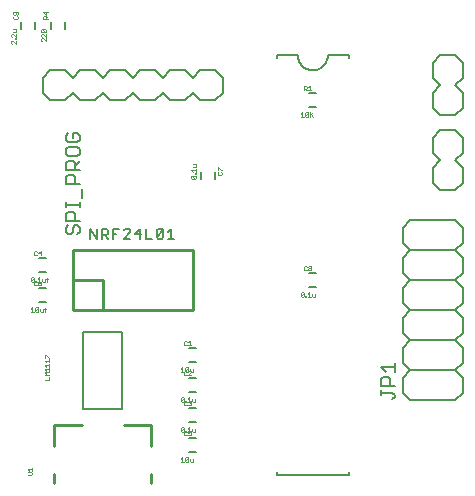
<source format=gto>
G75*
%MOIN*%
%OFA0B0*%
%FSLAX24Y24*%
%IPPOS*%
%LPD*%
%AMOC8*
5,1,8,0,0,1.08239X$1,22.5*
%
%ADD10C,0.0080*%
%ADD11C,0.0060*%
%ADD12C,0.0010*%
%ADD13C,0.0100*%
%ADD14C,0.0070*%
%ADD15C,0.0050*%
D10*
X003530Y004057D02*
X003530Y006637D01*
X004830Y006637D01*
X004830Y004057D01*
X003530Y004057D01*
X009980Y001947D02*
X009980Y001847D01*
X012380Y001847D01*
X012380Y001947D01*
X014430Y004347D02*
X014180Y004597D01*
X014180Y005097D01*
X014430Y005347D01*
X015930Y005347D01*
X016180Y005597D01*
X016180Y006097D01*
X015930Y006347D01*
X014430Y006347D01*
X014180Y006597D01*
X014180Y007097D01*
X014430Y007347D01*
X015930Y007347D01*
X016180Y007597D01*
X016180Y008097D01*
X015930Y008347D01*
X014430Y008347D01*
X014180Y008597D01*
X014180Y009097D01*
X014430Y009347D01*
X015930Y009347D01*
X016180Y009597D01*
X016180Y010097D01*
X015930Y010347D01*
X014430Y010347D01*
X014180Y010097D01*
X014180Y009597D01*
X014430Y009347D01*
X014430Y008347D02*
X014180Y008097D01*
X014180Y007597D01*
X014430Y007347D01*
X014430Y006347D02*
X014180Y006097D01*
X014180Y005597D01*
X014430Y005347D01*
X014430Y004347D02*
X015930Y004347D01*
X016180Y004597D01*
X016180Y005097D01*
X015930Y005347D01*
X015930Y006347D02*
X016180Y006597D01*
X016180Y007097D01*
X015930Y007347D01*
X015930Y008347D02*
X016180Y008597D01*
X016180Y009097D01*
X015930Y009347D01*
X015930Y011347D02*
X015430Y011347D01*
X015180Y011597D01*
X015180Y012097D01*
X015430Y012347D01*
X015180Y012597D01*
X015180Y013097D01*
X015430Y013347D01*
X015930Y013347D01*
X016180Y013097D01*
X016180Y012597D01*
X015930Y012347D01*
X016180Y012097D01*
X016180Y011597D01*
X015930Y011347D01*
X015930Y013847D02*
X015430Y013847D01*
X015180Y014097D01*
X015180Y014597D01*
X015430Y014847D01*
X015180Y015097D01*
X015180Y015597D01*
X015430Y015847D01*
X015930Y015847D01*
X016180Y015597D01*
X016180Y015097D01*
X015930Y014847D01*
X016180Y014597D01*
X016180Y014097D01*
X015930Y013847D01*
X012380Y015747D02*
X012380Y015847D01*
X011680Y015847D01*
X011678Y015803D01*
X011672Y015760D01*
X011663Y015718D01*
X011650Y015676D01*
X011633Y015636D01*
X011613Y015597D01*
X011590Y015560D01*
X011563Y015526D01*
X011534Y015493D01*
X011501Y015464D01*
X011467Y015437D01*
X011430Y015414D01*
X011391Y015394D01*
X011351Y015377D01*
X011309Y015364D01*
X011267Y015355D01*
X011224Y015349D01*
X011180Y015347D01*
X011136Y015349D01*
X011093Y015355D01*
X011051Y015364D01*
X011009Y015377D01*
X010969Y015394D01*
X010930Y015414D01*
X010893Y015437D01*
X010859Y015464D01*
X010826Y015493D01*
X010797Y015526D01*
X010770Y015560D01*
X010747Y015597D01*
X010727Y015636D01*
X010710Y015676D01*
X010697Y015718D01*
X010688Y015760D01*
X010682Y015803D01*
X010680Y015847D01*
X009980Y015847D01*
X009980Y015747D01*
X008180Y015097D02*
X008180Y014597D01*
X007930Y014347D01*
X007430Y014347D01*
X007180Y014597D01*
X006930Y014347D01*
X006430Y014347D01*
X006180Y014597D01*
X005930Y014347D01*
X005430Y014347D01*
X005180Y014597D01*
X004930Y014347D01*
X004430Y014347D01*
X004180Y014597D01*
X003930Y014347D01*
X003430Y014347D01*
X003180Y014597D01*
X002930Y014347D01*
X002430Y014347D01*
X002180Y014597D01*
X002180Y015097D01*
X002430Y015347D01*
X002930Y015347D01*
X003180Y015097D01*
X003430Y015347D01*
X003930Y015347D01*
X004180Y015097D01*
X004430Y015347D01*
X004930Y015347D01*
X005180Y015097D01*
X005430Y015347D01*
X005930Y015347D01*
X006180Y015097D01*
X006430Y015347D01*
X006930Y015347D01*
X007180Y015097D01*
X007430Y015347D01*
X007930Y015347D01*
X008180Y015097D01*
D11*
X011062Y014583D02*
X011298Y014583D01*
X011298Y014111D02*
X011062Y014111D01*
X007916Y011965D02*
X007916Y011729D01*
X007444Y011729D02*
X007444Y011965D01*
X011062Y008583D02*
X011298Y008583D01*
X011298Y008111D02*
X011062Y008111D01*
X007298Y006083D02*
X007062Y006083D01*
X007062Y005611D02*
X007298Y005611D01*
X007298Y005083D02*
X007062Y005083D01*
X007062Y004611D02*
X007298Y004611D01*
X007298Y004083D02*
X007062Y004083D01*
X007062Y003611D02*
X007298Y003611D01*
X007298Y003083D02*
X007062Y003083D01*
X007062Y002611D02*
X007298Y002611D01*
X002298Y007611D02*
X002062Y007611D01*
X002062Y008083D02*
X002298Y008083D01*
X002298Y008611D02*
X002062Y008611D01*
X002062Y009083D02*
X002298Y009083D01*
X002444Y016729D02*
X002444Y016965D01*
X002916Y016965D02*
X002916Y016729D01*
X001916Y016729D02*
X001916Y016965D01*
X001444Y016965D02*
X001444Y016729D01*
D12*
X001675Y001852D02*
X001800Y001852D01*
X001825Y001877D01*
X001825Y001927D01*
X001800Y001952D01*
X001675Y001952D01*
X001725Y002000D02*
X001675Y002050D01*
X001825Y002050D01*
X001825Y002000D02*
X001825Y002100D01*
X002250Y005027D02*
X002400Y005027D01*
X002400Y005127D01*
X002400Y005175D02*
X002250Y005175D01*
X002300Y005225D01*
X002250Y005275D01*
X002400Y005275D01*
X002400Y005322D02*
X002400Y005422D01*
X002400Y005469D02*
X002400Y005569D01*
X002400Y005617D02*
X002400Y005717D01*
X002400Y005764D02*
X002375Y005764D01*
X002275Y005864D01*
X002250Y005864D01*
X002250Y005764D01*
X002250Y005667D02*
X002400Y005667D01*
X002300Y005617D02*
X002250Y005667D01*
X002250Y005519D02*
X002400Y005519D01*
X002300Y005469D02*
X002250Y005519D01*
X002250Y005372D02*
X002400Y005372D01*
X002300Y005322D02*
X002250Y005372D01*
X002252Y007302D02*
X002252Y007427D01*
X002277Y007452D01*
X002277Y007377D02*
X002227Y007377D01*
X002180Y007402D02*
X002180Y007302D01*
X002105Y007302D01*
X002080Y007327D01*
X002080Y007402D01*
X002032Y007427D02*
X002032Y007327D01*
X002007Y007302D01*
X001957Y007302D01*
X001932Y007327D01*
X002032Y007427D01*
X002007Y007452D01*
X001957Y007452D01*
X001932Y007427D01*
X001932Y007327D01*
X001885Y007302D02*
X001785Y007302D01*
X001835Y007302D02*
X001835Y007452D01*
X001785Y007402D01*
X001910Y008177D02*
X001960Y008177D01*
X001985Y008202D01*
X002032Y008202D02*
X002057Y008177D01*
X002107Y008177D01*
X002132Y008202D01*
X002132Y008227D01*
X002107Y008252D01*
X002032Y008252D01*
X002032Y008202D01*
X002032Y008252D02*
X002082Y008302D01*
X002132Y008327D01*
X002153Y008327D02*
X002153Y008402D01*
X002153Y008327D02*
X002178Y008302D01*
X002253Y008302D01*
X002253Y008402D01*
X002301Y008377D02*
X002351Y008377D01*
X002326Y008427D02*
X002351Y008452D01*
X002326Y008427D02*
X002326Y008302D01*
X002106Y008302D02*
X002006Y008302D01*
X001985Y008302D02*
X001960Y008327D01*
X001910Y008327D01*
X001885Y008302D01*
X001885Y008202D01*
X001910Y008177D01*
X001932Y008302D02*
X001957Y008302D01*
X001957Y008327D01*
X001932Y008327D01*
X001932Y008302D01*
X001885Y008327D02*
X001860Y008302D01*
X001810Y008302D01*
X001785Y008327D01*
X001885Y008427D01*
X001885Y008327D01*
X001785Y008327D02*
X001785Y008427D01*
X001810Y008452D01*
X001860Y008452D01*
X001885Y008427D01*
X002006Y008402D02*
X002056Y008452D01*
X002056Y008302D01*
X002107Y009177D02*
X002107Y009327D01*
X002032Y009252D01*
X002132Y009252D01*
X001985Y009202D02*
X001960Y009177D01*
X001910Y009177D01*
X001885Y009202D01*
X001885Y009302D01*
X001910Y009327D01*
X001960Y009327D01*
X001985Y009302D01*
X006785Y005402D02*
X006835Y005452D01*
X006835Y005302D01*
X006885Y005302D02*
X006885Y005202D01*
X006910Y005177D01*
X006960Y005177D01*
X006985Y005202D01*
X007032Y005177D02*
X007132Y005277D01*
X007132Y005302D01*
X007107Y005327D01*
X007057Y005327D01*
X007032Y005302D01*
X007007Y005302D02*
X006957Y005302D01*
X006932Y005327D01*
X007032Y005427D01*
X007032Y005327D01*
X007007Y005302D01*
X006985Y005302D02*
X006960Y005327D01*
X006910Y005327D01*
X006885Y005302D01*
X006785Y005302D01*
X006932Y005327D02*
X006932Y005427D01*
X006957Y005452D01*
X007007Y005452D01*
X007032Y005427D01*
X007080Y005402D02*
X007080Y005327D01*
X007105Y005302D01*
X007180Y005302D01*
X007180Y005402D01*
X007132Y005177D02*
X007032Y005177D01*
X007056Y004452D02*
X007056Y004302D01*
X007032Y004302D02*
X007057Y004327D01*
X007107Y004327D01*
X007132Y004302D01*
X007132Y004277D01*
X007107Y004252D01*
X007132Y004227D01*
X007132Y004202D01*
X007107Y004177D01*
X007057Y004177D01*
X007032Y004202D01*
X006985Y004202D02*
X006960Y004177D01*
X006910Y004177D01*
X006885Y004202D01*
X006885Y004302D01*
X006910Y004327D01*
X006960Y004327D01*
X006985Y004302D01*
X007006Y004302D02*
X007106Y004302D01*
X007107Y004252D02*
X007082Y004252D01*
X007153Y004327D02*
X007153Y004402D01*
X007153Y004327D02*
X007178Y004302D01*
X007253Y004302D01*
X007253Y004402D01*
X007056Y004452D02*
X007006Y004402D01*
X006957Y004327D02*
X006957Y004302D01*
X006932Y004302D01*
X006932Y004327D01*
X006957Y004327D01*
X006885Y004327D02*
X006860Y004302D01*
X006810Y004302D01*
X006785Y004327D01*
X006885Y004427D01*
X006885Y004327D01*
X006785Y004327D02*
X006785Y004427D01*
X006810Y004452D01*
X006860Y004452D01*
X006885Y004427D01*
X006860Y003452D02*
X006885Y003427D01*
X006785Y003327D01*
X006810Y003302D01*
X006860Y003302D01*
X006885Y003327D01*
X006885Y003427D01*
X006860Y003452D02*
X006810Y003452D01*
X006785Y003427D01*
X006785Y003327D01*
X006885Y003302D02*
X006885Y003202D01*
X006910Y003177D01*
X006960Y003177D01*
X006985Y003202D01*
X007032Y003202D02*
X007057Y003177D01*
X007107Y003177D01*
X007132Y003202D01*
X007132Y003252D01*
X007107Y003277D01*
X007082Y003277D01*
X007032Y003252D01*
X007032Y003327D01*
X007132Y003327D01*
X007153Y003327D02*
X007178Y003302D01*
X007253Y003302D01*
X007253Y003402D01*
X007153Y003402D02*
X007153Y003327D01*
X007106Y003302D02*
X007006Y003302D01*
X006985Y003302D02*
X006960Y003327D01*
X006910Y003327D01*
X006885Y003302D01*
X006932Y003302D02*
X006957Y003302D01*
X006957Y003327D01*
X006932Y003327D01*
X006932Y003302D01*
X007056Y003302D02*
X007056Y003452D01*
X007006Y003402D01*
X007007Y002452D02*
X006957Y002452D01*
X006932Y002427D01*
X006932Y002327D01*
X007032Y002427D01*
X007032Y002327D01*
X007007Y002302D01*
X006957Y002302D01*
X006932Y002327D01*
X006885Y002302D02*
X006785Y002302D01*
X006835Y002302D02*
X006835Y002452D01*
X006785Y002402D01*
X007007Y002452D02*
X007032Y002427D01*
X007080Y002402D02*
X007080Y002327D01*
X007105Y002302D01*
X007180Y002302D01*
X007180Y002402D01*
X007132Y006177D02*
X007032Y006177D01*
X007082Y006177D02*
X007082Y006327D01*
X007032Y006277D01*
X006985Y006302D02*
X006960Y006327D01*
X006910Y006327D01*
X006885Y006302D01*
X006885Y006202D01*
X006910Y006177D01*
X006960Y006177D01*
X006985Y006202D01*
X010785Y007827D02*
X010885Y007927D01*
X010885Y007827D01*
X010860Y007802D01*
X010810Y007802D01*
X010785Y007827D01*
X010785Y007927D01*
X010810Y007952D01*
X010860Y007952D01*
X010885Y007927D01*
X010932Y007827D02*
X010957Y007827D01*
X010957Y007802D01*
X010932Y007802D01*
X010932Y007827D01*
X011006Y007802D02*
X011106Y007802D01*
X011056Y007802D02*
X011056Y007952D01*
X011006Y007902D01*
X011153Y007902D02*
X011153Y007827D01*
X011178Y007802D01*
X011253Y007802D01*
X011253Y007902D01*
X011107Y008677D02*
X011057Y008677D01*
X011032Y008702D01*
X011032Y008727D01*
X011057Y008752D01*
X011107Y008752D01*
X011132Y008727D01*
X011132Y008702D01*
X011107Y008677D01*
X011107Y008752D02*
X011132Y008777D01*
X011132Y008802D01*
X011107Y008827D01*
X011057Y008827D01*
X011032Y008802D01*
X011032Y008777D01*
X011057Y008752D01*
X010985Y008702D02*
X010960Y008677D01*
X010910Y008677D01*
X010885Y008702D01*
X010885Y008802D01*
X010910Y008827D01*
X010960Y008827D01*
X010985Y008802D01*
X008135Y011858D02*
X008160Y011883D01*
X008160Y011933D01*
X008135Y011958D01*
X008135Y012005D02*
X008035Y012105D01*
X008010Y012105D01*
X008010Y012005D01*
X008035Y011958D02*
X008010Y011933D01*
X008010Y011883D01*
X008035Y011858D01*
X008135Y011858D01*
X008135Y012005D02*
X008160Y012005D01*
X007285Y012008D02*
X007135Y012008D01*
X007185Y011958D01*
X007260Y011909D02*
X007285Y011909D01*
X007285Y011884D01*
X007260Y011884D01*
X007260Y011909D01*
X007285Y011958D02*
X007285Y012058D01*
X007260Y012105D02*
X007285Y012130D01*
X007285Y012205D01*
X007185Y012205D01*
X007185Y012105D02*
X007260Y012105D01*
X007260Y011837D02*
X007285Y011812D01*
X007285Y011762D01*
X007260Y011737D01*
X007160Y011837D01*
X007260Y011837D01*
X007160Y011837D02*
X007135Y011812D01*
X007135Y011762D01*
X007160Y011737D01*
X007260Y011737D01*
X010785Y013802D02*
X010885Y013802D01*
X010835Y013802D02*
X010835Y013952D01*
X010785Y013902D01*
X010932Y013927D02*
X010932Y013827D01*
X011032Y013927D01*
X011032Y013827D01*
X011007Y013802D01*
X010957Y013802D01*
X010932Y013827D01*
X010932Y013927D02*
X010957Y013952D01*
X011007Y013952D01*
X011032Y013927D01*
X011080Y013952D02*
X011080Y013802D01*
X011080Y013852D02*
X011180Y013952D01*
X011105Y013877D02*
X011180Y013802D01*
X011132Y014677D02*
X011032Y014677D01*
X010985Y014677D02*
X010935Y014727D01*
X010960Y014727D02*
X010885Y014727D01*
X010885Y014677D02*
X010885Y014827D01*
X010960Y014827D01*
X010985Y014802D01*
X010985Y014752D01*
X010960Y014727D01*
X011032Y014777D02*
X011082Y014827D01*
X011082Y014677D01*
X002350Y017052D02*
X002200Y017052D01*
X002200Y017127D01*
X002225Y017152D01*
X002275Y017152D01*
X002300Y017127D01*
X002300Y017052D01*
X002300Y017102D02*
X002350Y017152D01*
X002275Y017200D02*
X002275Y017300D01*
X002350Y017275D02*
X002200Y017275D01*
X002275Y017200D01*
X002260Y016705D02*
X002285Y016680D01*
X002285Y016630D01*
X002260Y016605D01*
X002160Y016705D01*
X002260Y016705D01*
X002260Y016605D02*
X002160Y016605D01*
X002135Y016630D01*
X002135Y016680D01*
X002160Y016705D01*
X002160Y016558D02*
X002135Y016533D01*
X002135Y016483D01*
X002160Y016458D01*
X002160Y016410D02*
X002135Y016385D01*
X002135Y016335D01*
X002160Y016310D01*
X002160Y016410D02*
X002185Y016410D01*
X002285Y016310D01*
X002285Y016410D01*
X002285Y016458D02*
X002185Y016558D01*
X002160Y016558D01*
X002285Y016558D02*
X002285Y016458D01*
X001285Y016458D02*
X001185Y016558D01*
X001160Y016558D01*
X001135Y016533D01*
X001135Y016483D01*
X001160Y016458D01*
X001260Y016409D02*
X001285Y016409D01*
X001285Y016384D01*
X001260Y016384D01*
X001260Y016409D01*
X001285Y016458D02*
X001285Y016558D01*
X001260Y016605D02*
X001285Y016630D01*
X001285Y016705D01*
X001185Y016705D01*
X001185Y016605D02*
X001260Y016605D01*
X001285Y016337D02*
X001285Y016237D01*
X001185Y016337D01*
X001160Y016337D01*
X001135Y016312D01*
X001135Y016262D01*
X001160Y016237D01*
X001225Y017052D02*
X001325Y017052D01*
X001350Y017077D01*
X001350Y017127D01*
X001325Y017152D01*
X001325Y017200D02*
X001350Y017225D01*
X001350Y017275D01*
X001325Y017300D01*
X001225Y017300D01*
X001200Y017275D01*
X001200Y017225D01*
X001225Y017200D01*
X001250Y017200D01*
X001275Y017225D01*
X001275Y017300D01*
X001225Y017152D02*
X001200Y017127D01*
X001200Y017077D01*
X001225Y017052D01*
D13*
X003180Y009347D02*
X007180Y009347D01*
X007180Y007347D01*
X004180Y007347D01*
X004180Y008347D01*
X003180Y008347D01*
X003180Y009347D01*
X003180Y008347D02*
X003180Y007347D01*
X004180Y007347D01*
X003471Y003528D02*
X002566Y003528D01*
X002566Y002820D01*
X002566Y001875D02*
X002566Y001599D01*
X004889Y003528D02*
X005794Y003528D01*
X005794Y002820D01*
X005794Y001875D02*
X005794Y001599D01*
D14*
X005830Y009732D02*
X005610Y009732D01*
X005610Y010063D01*
X005407Y010063D02*
X005407Y009732D01*
X005462Y009897D02*
X005242Y009897D01*
X005407Y010063D01*
X005094Y010007D02*
X005039Y010063D01*
X004928Y010063D01*
X004873Y010007D01*
X004725Y010063D02*
X004505Y010063D01*
X004505Y009732D01*
X004357Y009732D02*
X004247Y009842D01*
X004302Y009842D02*
X004137Y009842D01*
X004137Y009732D02*
X004137Y010063D01*
X004302Y010063D01*
X004357Y010007D01*
X004357Y009897D01*
X004302Y009842D01*
X004505Y009897D02*
X004615Y009897D01*
X004873Y009732D02*
X005094Y009952D01*
X005094Y010007D01*
X005094Y009732D02*
X004873Y009732D01*
X003989Y009732D02*
X003989Y010063D01*
X003768Y010063D02*
X003768Y009732D01*
X003989Y009732D02*
X003768Y010063D01*
X005978Y010007D02*
X005978Y009787D01*
X006199Y010007D01*
X006199Y009787D01*
X006144Y009732D01*
X006033Y009732D01*
X005978Y009787D01*
X005978Y010007D02*
X006033Y010063D01*
X006144Y010063D01*
X006199Y010007D01*
X006347Y009952D02*
X006457Y010063D01*
X006457Y009732D01*
X006347Y009732D02*
X006567Y009732D01*
D15*
X003405Y009947D02*
X003330Y009872D01*
X003405Y009947D02*
X003405Y010097D01*
X003330Y010173D01*
X003255Y010173D01*
X003180Y010097D01*
X003180Y009947D01*
X003105Y009872D01*
X003030Y009872D01*
X002955Y009947D01*
X002955Y010097D01*
X003030Y010173D01*
X002955Y010333D02*
X002955Y010558D01*
X003030Y010633D01*
X003180Y010633D01*
X003255Y010558D01*
X003255Y010333D01*
X003405Y010333D02*
X002955Y010333D01*
X002955Y010793D02*
X002955Y010943D01*
X002955Y010868D02*
X003405Y010868D01*
X003405Y010793D02*
X003405Y010943D01*
X003480Y011100D02*
X003480Y011400D01*
X003405Y011560D02*
X002955Y011560D01*
X002955Y011786D01*
X003030Y011861D01*
X003180Y011861D01*
X003255Y011786D01*
X003255Y011560D01*
X003255Y012021D02*
X003255Y012246D01*
X003180Y012321D01*
X003030Y012321D01*
X002955Y012246D01*
X002955Y012021D01*
X003405Y012021D01*
X003255Y012171D02*
X003405Y012321D01*
X003330Y012481D02*
X003405Y012556D01*
X003405Y012706D01*
X003330Y012781D01*
X003030Y012781D01*
X002955Y012706D01*
X002955Y012556D01*
X003030Y012481D01*
X003330Y012481D01*
X003330Y012942D02*
X003030Y012942D01*
X002955Y013017D01*
X002955Y013167D01*
X003030Y013242D01*
X003180Y013242D02*
X003180Y013092D01*
X003180Y013242D02*
X003330Y013242D01*
X003405Y013167D01*
X003405Y013017D01*
X003330Y012942D01*
X013455Y005443D02*
X013905Y005443D01*
X013905Y005293D02*
X013905Y005593D01*
X013605Y005293D02*
X013455Y005443D01*
X013530Y005133D02*
X013680Y005133D01*
X013755Y005058D01*
X013755Y004833D01*
X013905Y004833D02*
X013455Y004833D01*
X013455Y005058D01*
X013530Y005133D01*
X013455Y004673D02*
X013455Y004522D01*
X013455Y004597D02*
X013830Y004597D01*
X013905Y004522D01*
X013905Y004447D01*
X013830Y004372D01*
M02*

</source>
